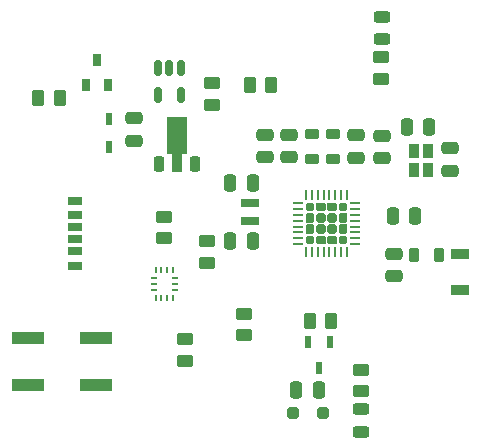
<source format=gbr>
%TF.GenerationSoftware,KiCad,Pcbnew,8.0.3*%
%TF.CreationDate,2025-04-01T13:45:42-05:00*%
%TF.ProjectId,wearable_v2_nrf,77656172-6162-46c6-955f-76325f6e7266,rev?*%
%TF.SameCoordinates,Original*%
%TF.FileFunction,Paste,Top*%
%TF.FilePolarity,Positive*%
%FSLAX46Y46*%
G04 Gerber Fmt 4.6, Leading zero omitted, Abs format (unit mm)*
G04 Created by KiCad (PCBNEW 8.0.3) date 2025-04-01 13:45:42*
%MOMM*%
%LPD*%
G01*
G04 APERTURE LIST*
G04 Aperture macros list*
%AMRoundRect*
0 Rectangle with rounded corners*
0 $1 Rounding radius*
0 $2 $3 $4 $5 $6 $7 $8 $9 X,Y pos of 4 corners*
0 Add a 4 corners polygon primitive as box body*
4,1,4,$2,$3,$4,$5,$6,$7,$8,$9,$2,$3,0*
0 Add four circle primitives for the rounded corners*
1,1,$1+$1,$2,$3*
1,1,$1+$1,$4,$5*
1,1,$1+$1,$6,$7*
1,1,$1+$1,$8,$9*
0 Add four rect primitives between the rounded corners*
20,1,$1+$1,$2,$3,$4,$5,0*
20,1,$1+$1,$4,$5,$6,$7,0*
20,1,$1+$1,$6,$7,$8,$9,0*
20,1,$1+$1,$8,$9,$2,$3,0*%
%AMFreePoly0*
4,1,19,0.290204,0.301344,0.321117,0.247801,0.322490,0.232106,0.322490,-0.157228,0.301344,-0.215326,0.296017,-0.221139,0.221139,-0.296017,0.165105,-0.322146,0.157228,-0.322490,-0.232106,-0.322490,-0.290204,-0.301344,-0.321117,-0.247801,-0.322490,-0.232106,-0.322490,0.232106,-0.301344,0.290204,-0.247801,0.321117,-0.232106,0.322490,0.232106,0.322490,0.290204,0.301344,0.290204,0.301344,
$1*%
%AMFreePoly1*
4,1,21,0.231572,0.385173,0.236504,0.380653,0.300030,0.317127,0.322198,0.269587,0.322490,0.262904,0.322490,-0.262904,0.304550,-0.312195,0.300030,-0.317127,0.236504,-0.380653,0.188964,-0.402821,0.182281,-0.403113,-0.245807,-0.403113,-0.295098,-0.385173,-0.321325,-0.339746,-0.322490,-0.326430,-0.322490,0.326430,-0.304550,0.375721,-0.259123,0.401948,-0.245807,0.403113,0.182281,0.403113,
0.231572,0.385173,0.231572,0.385173,$1*%
%AMFreePoly2*
4,1,19,0.215326,0.301344,0.221139,0.296017,0.296017,0.221139,0.322146,0.165105,0.322490,0.157228,0.322490,-0.232106,0.301344,-0.290204,0.247801,-0.321117,0.232106,-0.322490,-0.232106,-0.322490,-0.290204,-0.301344,-0.321117,-0.247801,-0.322490,-0.232106,-0.322490,0.232106,-0.301344,0.290204,-0.247801,0.321117,-0.232106,0.322490,0.157228,0.322490,0.215326,0.301344,0.215326,0.301344,
$1*%
%AMFreePoly3*
4,1,21,0.375721,0.304550,0.401948,0.259123,0.403113,0.245807,0.403113,-0.182281,0.385173,-0.231572,0.380653,-0.236504,0.317127,-0.300030,0.269587,-0.322198,0.262904,-0.322490,-0.262904,-0.322490,-0.312195,-0.304550,-0.317127,-0.300030,-0.380653,-0.236504,-0.402821,-0.188964,-0.403113,-0.182281,-0.403113,0.245807,-0.385173,0.295098,-0.339746,0.321325,-0.326430,0.322490,0.326430,0.322490,
0.375721,0.304550,0.375721,0.304550,$1*%
%AMFreePoly4*
4,1,21,0.312195,0.304550,0.317127,0.300030,0.380653,0.236504,0.402821,0.188964,0.403113,0.182281,0.403113,-0.245807,0.385173,-0.295098,0.339746,-0.321325,0.326430,-0.322490,-0.326430,-0.322490,-0.375721,-0.304550,-0.401948,-0.259123,-0.403113,-0.245807,-0.403113,0.182281,-0.385173,0.231572,-0.380653,0.236504,-0.317127,0.300030,-0.269587,0.322198,-0.262904,0.322490,0.262904,0.322490,
0.312195,0.304550,0.312195,0.304550,$1*%
%AMFreePoly5*
4,1,19,0.290204,0.301344,0.321117,0.247801,0.322490,0.232106,0.322490,-0.232106,0.301344,-0.290204,0.247801,-0.321117,0.232106,-0.322490,-0.157228,-0.322490,-0.215326,-0.301344,-0.221139,-0.296017,-0.296017,-0.221139,-0.322146,-0.165105,-0.322490,-0.157228,-0.322490,0.232106,-0.301344,0.290204,-0.247801,0.321117,-0.232106,0.322490,0.232106,0.322490,0.290204,0.301344,0.290204,0.301344,
$1*%
%AMFreePoly6*
4,1,21,0.295098,0.385173,0.321325,0.339746,0.322490,0.326430,0.322490,-0.326430,0.304550,-0.375721,0.259123,-0.401948,0.245807,-0.403113,-0.182281,-0.403113,-0.231572,-0.385173,-0.236504,-0.380653,-0.300030,-0.317127,-0.322198,-0.269587,-0.322490,-0.262904,-0.322490,0.262904,-0.304550,0.312195,-0.300030,0.317127,-0.236504,0.380653,-0.188964,0.402821,-0.182281,0.403113,0.245807,0.403113,
0.295098,0.385173,0.295098,0.385173,$1*%
%AMFreePoly7*
4,1,19,0.290204,0.301344,0.321117,0.247801,0.322490,0.232106,0.322490,-0.232106,0.301344,-0.290204,0.247801,-0.321117,0.232106,-0.322490,-0.232106,-0.322490,-0.290204,-0.301344,-0.321117,-0.247801,-0.322490,-0.232106,-0.322490,0.157228,-0.301344,0.215326,-0.296017,0.221139,-0.221139,0.296017,-0.165105,0.322146,-0.157228,0.322490,0.232106,0.322490,0.290204,0.301344,0.290204,0.301344,
$1*%
%AMFreePoly8*
4,1,9,3.862500,-0.866500,0.737500,-0.866500,0.737500,-0.450000,-0.737500,-0.450000,-0.737500,0.450000,0.737500,0.450000,0.737500,0.866500,3.862500,0.866500,3.862500,-0.866500,3.862500,-0.866500,$1*%
G04 Aperture macros list end*
%ADD10RoundRect,0.250000X0.262500X0.450000X-0.262500X0.450000X-0.262500X-0.450000X0.262500X-0.450000X0*%
%ADD11RoundRect,0.250000X0.450000X-0.262500X0.450000X0.262500X-0.450000X0.262500X-0.450000X-0.262500X0*%
%ADD12RoundRect,0.250000X-0.475000X0.250000X-0.475000X-0.250000X0.475000X-0.250000X0.475000X0.250000X0*%
%ADD13RoundRect,0.250000X0.475000X-0.250000X0.475000X0.250000X-0.475000X0.250000X-0.475000X-0.250000X0*%
%ADD14R,2.750000X1.000000*%
%ADD15RoundRect,0.218750X0.381250X-0.218750X0.381250X0.218750X-0.381250X0.218750X-0.381250X-0.218750X0*%
%ADD16RoundRect,0.250000X-0.262500X-0.450000X0.262500X-0.450000X0.262500X0.450000X-0.262500X0.450000X0*%
%ADD17RoundRect,0.243750X0.456250X-0.243750X0.456250X0.243750X-0.456250X0.243750X-0.456250X-0.243750X0*%
%ADD18RoundRect,0.250000X-0.450000X0.262500X-0.450000X-0.262500X0.450000X-0.262500X0.450000X0.262500X0*%
%ADD19RoundRect,0.243750X-0.456250X0.243750X-0.456250X-0.243750X0.456250X-0.243750X0.456250X0.243750X0*%
%ADD20R,1.500000X0.800000*%
%ADD21RoundRect,0.218750X-0.381250X0.218750X-0.381250X-0.218750X0.381250X-0.218750X0.381250X0.218750X0*%
%ADD22RoundRect,0.250000X-0.250000X-0.475000X0.250000X-0.475000X0.250000X0.475000X-0.250000X0.475000X0*%
%ADD23R,0.600000X1.100000*%
%ADD24FreePoly0,0.000000*%
%ADD25FreePoly1,0.000000*%
%ADD26FreePoly2,0.000000*%
%ADD27FreePoly3,0.000000*%
%ADD28RoundRect,0.201557X-0.201556X-0.201556X0.201556X-0.201556X0.201556X0.201556X-0.201556X0.201556X0*%
%ADD29FreePoly4,0.000000*%
%ADD30FreePoly5,0.000000*%
%ADD31FreePoly6,0.000000*%
%ADD32FreePoly7,0.000000*%
%ADD33RoundRect,0.062500X-0.337500X-0.062500X0.337500X-0.062500X0.337500X0.062500X-0.337500X0.062500X0*%
%ADD34RoundRect,0.062500X-0.062500X-0.337500X0.062500X-0.337500X0.062500X0.337500X-0.062500X0.337500X0*%
%ADD35RoundRect,0.150000X-0.150000X0.512500X-0.150000X-0.512500X0.150000X-0.512500X0.150000X0.512500X0*%
%ADD36R,0.850000X1.200000*%
%ADD37R,1.200000X0.700000*%
%ADD38R,1.200000X0.760000*%
%ADD39R,1.200000X0.800000*%
%ADD40RoundRect,0.225000X0.225000X-0.425000X0.225000X0.425000X-0.225000X0.425000X-0.225000X-0.425000X0*%
%ADD41FreePoly8,90.000000*%
%ADD42R,0.500000X1.075000*%
%ADD43RoundRect,0.250000X0.250000X0.475000X-0.250000X0.475000X-0.250000X-0.475000X0.250000X-0.475000X0*%
%ADD44R,0.250000X0.475000*%
%ADD45R,0.475000X0.250000*%
%ADD46R,0.650000X1.100000*%
%ADD47RoundRect,0.218750X-0.218750X-0.381250X0.218750X-0.381250X0.218750X0.381250X-0.218750X0.381250X0*%
%ADD48R,1.600200X0.863600*%
%ADD49RoundRect,0.250000X-0.250000X-0.250000X0.250000X-0.250000X0.250000X0.250000X-0.250000X0.250000X0*%
G04 APERTURE END LIST*
D10*
%TO.C,R16*%
X104837500Y-55825000D03*
X103012500Y-55825000D03*
%TD*%
D11*
%TO.C,R15*%
X97550000Y-77362500D03*
X97550000Y-79187500D03*
%TD*%
%TO.C,R14*%
X95800000Y-68812500D03*
X95800000Y-66987500D03*
%TD*%
D12*
%TO.C,C13*%
X119981500Y-61194500D03*
X119981500Y-63094500D03*
%TD*%
D13*
%TO.C,C8*%
X112050000Y-62000000D03*
X112050000Y-60100000D03*
%TD*%
D14*
%TO.C,SW1*%
X84225000Y-77225000D03*
X89975000Y-77225000D03*
X84225000Y-81225000D03*
X89975000Y-81225000D03*
%TD*%
D15*
%TO.C,L2*%
X108300000Y-62112500D03*
X108300000Y-59987500D03*
%TD*%
D16*
%TO.C,R8*%
X108087500Y-75825000D03*
X109912500Y-75825000D03*
%TD*%
D13*
%TO.C,C9*%
X106350000Y-61950000D03*
X106350000Y-60050000D03*
%TD*%
D17*
%TO.C,D2*%
X112450000Y-85187500D03*
X112450000Y-83312500D03*
%TD*%
D18*
%TO.C,R6*%
X112475000Y-79950000D03*
X112475000Y-81775000D03*
%TD*%
D19*
%TO.C,D3*%
X114200000Y-51925000D03*
X114200000Y-50050000D03*
%TD*%
D18*
%TO.C,R1*%
X99375000Y-69075000D03*
X99375000Y-70900000D03*
%TD*%
D12*
%TO.C,C1*%
X93250000Y-58650000D03*
X93250000Y-60550000D03*
%TD*%
D20*
%TO.C,Y2*%
X103025000Y-65850000D03*
X103025000Y-67350000D03*
%TD*%
D21*
%TO.C,L3*%
X110100000Y-59987500D03*
X110100000Y-62112500D03*
%TD*%
D22*
%TO.C,C6*%
X101375000Y-69025000D03*
X103275000Y-69025000D03*
%TD*%
%TO.C,C7*%
X115150000Y-66975000D03*
X117050000Y-66975000D03*
%TD*%
D10*
%TO.C,R13*%
X86962500Y-56975000D03*
X85137500Y-56975000D03*
%TD*%
D23*
%TO.C,Q2*%
X109825000Y-77600000D03*
X107925000Y-77600000D03*
X108875000Y-79800000D03*
%TD*%
D24*
%TO.C,U1*%
X108125000Y-66175000D03*
D25*
X108125000Y-67075000D03*
X108125000Y-68075000D03*
D26*
X108125000Y-68975000D03*
D27*
X109025000Y-66175000D03*
D28*
X109025000Y-67075000D03*
X109025000Y-68075000D03*
D29*
X109025000Y-68975000D03*
D27*
X110025000Y-66175000D03*
D28*
X110025000Y-67075000D03*
X110025000Y-68075000D03*
D29*
X110025000Y-68975000D03*
D30*
X110925000Y-66175000D03*
D31*
X110925000Y-67075000D03*
X110925000Y-68075000D03*
D32*
X110925000Y-68975000D03*
D33*
X107075000Y-65825000D03*
X107075000Y-66325000D03*
X107075000Y-66825000D03*
X107075000Y-67325000D03*
X107075000Y-67825000D03*
X107075000Y-68325000D03*
X107075000Y-68825000D03*
X107075000Y-69325000D03*
D34*
X107775000Y-70025000D03*
X108275000Y-70025000D03*
X108775000Y-70025000D03*
X109275000Y-70025000D03*
X109775000Y-70025000D03*
X110275000Y-70025000D03*
X110775000Y-70025000D03*
X111275000Y-70025000D03*
D33*
X111975000Y-69325000D03*
X111975000Y-68825000D03*
X111975000Y-68325000D03*
X111975000Y-67825000D03*
X111975000Y-67325000D03*
X111975000Y-66825000D03*
X111975000Y-66325000D03*
X111975000Y-65825000D03*
D34*
X111275000Y-65125000D03*
X110775000Y-65125000D03*
X110275000Y-65125000D03*
X109775000Y-65125000D03*
X109275000Y-65125000D03*
X108775000Y-65125000D03*
X108275000Y-65125000D03*
X107775000Y-65125000D03*
%TD*%
D13*
%TO.C,C10*%
X114225000Y-62025000D03*
X114225000Y-60125000D03*
%TD*%
D35*
%TO.C,IC1*%
X97175000Y-56687500D03*
X95275000Y-56687500D03*
X95275000Y-54412500D03*
X96225000Y-54412500D03*
X97175000Y-54412500D03*
%TD*%
D36*
%TO.C,Y1*%
X116893500Y-61431500D03*
X116893500Y-63057500D03*
X118093500Y-63057500D03*
X118093500Y-61431500D03*
%TD*%
D11*
%TO.C,R7*%
X114150000Y-55300000D03*
X114150000Y-53475000D03*
%TD*%
D37*
%TO.C,J2*%
X88227500Y-67900000D03*
D38*
X88227500Y-69920000D03*
D39*
X88227500Y-71150000D03*
D37*
X88227500Y-68900000D03*
D38*
X88227500Y-66880000D03*
D39*
X88227500Y-65650000D03*
%TD*%
D40*
%TO.C,U4*%
X95350000Y-62525000D03*
D41*
X96850000Y-62437500D03*
D40*
X98350000Y-62525000D03*
%TD*%
D42*
%TO.C,D1*%
X91075000Y-61062000D03*
X91075000Y-58738000D03*
%TD*%
D43*
%TO.C,C12*%
X118206500Y-59419500D03*
X116306500Y-59419500D03*
%TD*%
D44*
%TO.C,U3*%
X96550000Y-71550000D03*
X96050000Y-71550000D03*
X95550000Y-71550000D03*
X95050000Y-71550000D03*
D45*
X94887500Y-72212500D03*
X94887500Y-72712500D03*
X94887500Y-73212500D03*
D44*
X95050000Y-73875000D03*
X95550000Y-73875000D03*
X96050000Y-73875000D03*
X96550000Y-73875000D03*
D45*
X96712500Y-73212500D03*
X96712500Y-72712500D03*
X96712500Y-72212500D03*
%TD*%
D46*
%TO.C,Q1*%
X89140000Y-55825000D03*
X91060000Y-55825000D03*
X90100000Y-53725000D03*
%TD*%
D11*
%TO.C,R10*%
X102525000Y-77050000D03*
X102525000Y-75225000D03*
%TD*%
D47*
%TO.C,L1*%
X116937500Y-70200000D03*
X119062500Y-70200000D03*
%TD*%
D11*
%TO.C,R9*%
X99825000Y-57537500D03*
X99825000Y-55712500D03*
%TD*%
D48*
%TO.C,U5*%
X120825000Y-70175000D03*
X120825000Y-73222602D03*
%TD*%
D49*
%TO.C,D4*%
X106700000Y-83625000D03*
X109200000Y-83625000D03*
%TD*%
D12*
%TO.C,C3*%
X115262500Y-70125000D03*
X115262500Y-72025000D03*
%TD*%
D22*
%TO.C,C11*%
X106975000Y-81675000D03*
X108875000Y-81675000D03*
%TD*%
%TO.C,C5*%
X101375000Y-64150000D03*
X103275000Y-64150000D03*
%TD*%
D13*
%TO.C,C4*%
X104300000Y-61950000D03*
X104300000Y-60050000D03*
%TD*%
M02*

</source>
